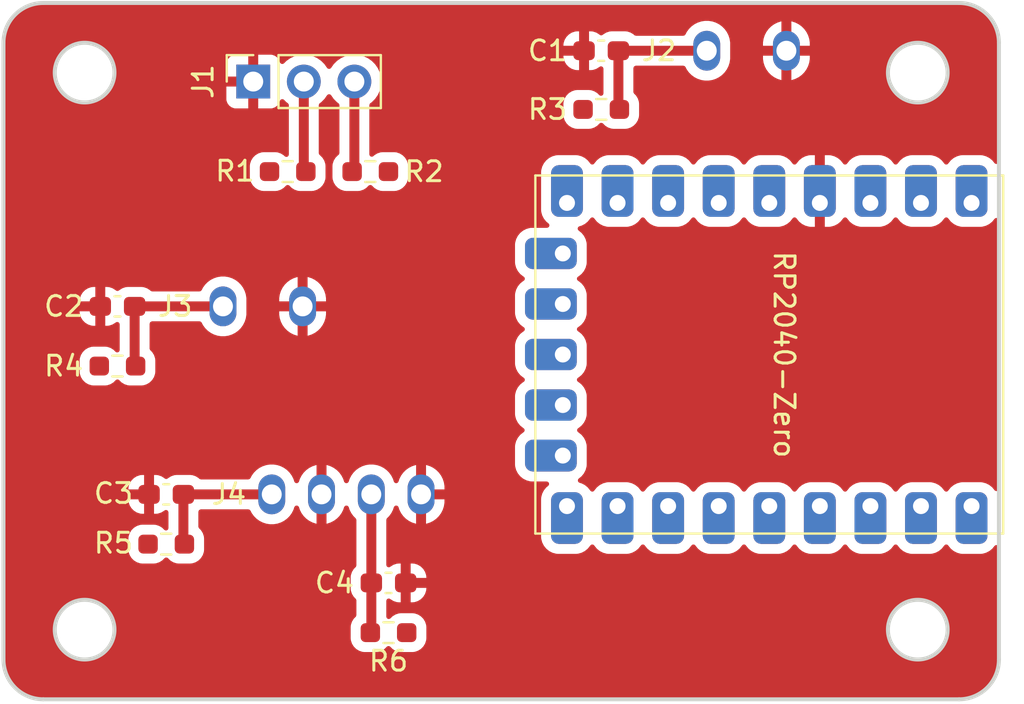
<source format=kicad_pcb>
(kicad_pcb (version 20240108) (generator "pcbnew") (generator_version "8.0")
  (layers (0 "F.Cu" signal) (31 "B.Cu" signal) (34 "B.Paste" user) (35 "F.Paste" user) (36 "B.SilkS" user "B.Silkscreen") (37 "F.SilkS" user "F.Silkscreen") (38 "B.Mask" user) (39 "F.Mask" user) (44 "Edge.Cuts" user))
  (net 0 "")
  (net 1 "GND")
  (net 2 "START")
  (net 3 "SELECT")
  (net 4 "R_KA")
  (net 5 "L_KA")
  (net 6 "L_DON")
  (net 7 "R_DON")
  (net 8 "+3.3V")
  (footprint "Capacitor_SMD:C_0603_1608Metric_Pad1.08x0.95mm_HandSolder" (layer "F.Cu") (at 35.85 48.65 180)
    (property "Reference" "C3" (at 2.65 0.05 360) (layer "F.SilkS"))
    (property "Value" "100nF" (hide yes))
    (fp_line (start -0.146267 0.51) (end 0.146267 0.51) (stroke (width 0.12)) (layer "F.SilkS"))
    (fp_line (start -0.146267 -0.51) (end 0.146267 -0.51) (stroke (width 0.12)) (layer "F.SilkS"))
    (pad "1" smd roundrect (at -0.8625 0 180) (size 1.075 0.95) (layers "F.Cu" "F.Paste" "F.Mask") (net 6 "L_DON"))
    (pad "2" smd roundrect (at 0.8625 0 180) (size 1.075 0.95) (layers "F.Cu" "F.Paste" "F.Mask") (net 1 "GND"))
  )
  (footprint "Resistor_SMD:R_0603_1608Metric_Pad0.98x0.95mm_HandSolder" (layer "F.Cu") (at 47.015 55.6 180)
    (property "Reference" "R6" (at 0 -1.43 360) (layer "F.SilkS"))
    (property "Value" "50K" (hide yes))
    (fp_line (start -0.254724 0.5225) (end 0.254724 0.5225) (stroke (width 0.12)) (layer "F.SilkS"))
    (fp_line (start -0.254724 -0.5225) (end 0.254724 -0.5225) (stroke (width 0.12)) (layer "F.SilkS"))
    (pad "1" smd roundrect (at -0.9125 0 180) (size 0.975 0.95) (layers "F.Cu" "F.Paste" "F.Mask") (net 8 "+3.3V"))
    (pad "2" smd roundrect (at 0.9125 0 180) (size 0.975 0.95) (layers "F.Cu" "F.Paste" "F.Mask") (net 7 "R_DON"))
  )
  (footprint "tatacon_connectors:PinSocket_1x02_Spaced_P2.00mm" (layer "F.Cu") (at 38.7 39.2 90)
    (property "Reference" "J3" (at 0 -2.4 0) (layer "F.SilkS"))
    (property "Value" "Left")
    (pad "1" thru_hole oval (at 0 0 90) (size 2 1.35) (drill 1) (layers "*.Cu" "*.Mask") (net 5 "L_KA"))
    (pad "2" thru_hole oval (at 0 4 90) (size 2 1.35) (drill 1) (layers "*.Cu" "*.Mask") (net 1 "GND"))
  )
  (footprint "Capacitor_SMD:C_0603_1608Metric_Pad1.08x0.95mm_HandSolder" (layer "F.Cu") (at 57.7 26.35 180)
    (property "Reference" "C1" (at 2.7 0 0) (layer "F.SilkS"))
    (property "Value" "100nF" (hide yes))
    (fp_line (start -0.146267 0.51) (end 0.146267 0.51) (stroke (width 0.12)) (layer "F.SilkS"))
    (fp_line (start -0.146267 -0.51) (end 0.146267 -0.51) (stroke (width 0.12)) (layer "F.SilkS"))
    (pad "1" smd roundrect (at -0.8625 0 180) (size 1.075 0.95) (layers "F.Cu" "F.Paste" "F.Mask") (net 4 "R_KA"))
    (pad "2" smd roundrect (at 0.8625 0 180) (size 1.075 0.95) (layers "F.Cu" "F.Paste" "F.Mask") (net 1 "GND"))
  )
  (footprint "Resistor_SMD:R_0603_1608Metric_Pad0.98x0.95mm_HandSolder" (layer "F.Cu") (at 41.95 32.425)
    (property "Reference" "R1" (at -2.65 -0.025 0) (layer "F.SilkS"))
    (property "Value" "50K" (hide yes))
    (fp_line (start -0.254724 -0.5225) (end 0.254724 -0.5225) (stroke (width 0.12)) (layer "F.SilkS"))
    (fp_line (start -0.254724 0.5225) (end 0.254724 0.5225) (stroke (width 0.12)) (layer "F.SilkS"))
    (pad "1" smd roundrect (at -0.9125 0) (size 0.975 0.95) (layers "F.Cu" "F.Paste" "F.Mask") (net 8 "+3.3V"))
    (pad "2" smd roundrect (at 0.9125 0) (size 0.975 0.95) (layers "F.Cu" "F.Paste" "F.Mask") (net 2 "START"))
  )
  (footprint "RP2040-Zero-Kicad:RP2040-Zero" (layer "F.Cu") (at 53.44 31.46 -90)
    (property "Reference" "U1")
    (property "Value" "RP2040-Zero" (at 10.16 -13.45 -90) (layer "F.SilkS"))
    (fp_line (start 1.16 -0.95) (end 19.16 -0.95) (stroke (width 0.12)) (layer "F.SilkS"))
    (fp_line (start 19.16 -0.95) (end 19.16 -24.45) (stroke (width 0.12)) (layer "F.SilkS"))
    (fp_line (start 1.16 -24.45) (end 1.16 -0.95) (stroke (width 0.12)) (layer "F.SilkS"))
    (fp_line (start 19.16 -24.45) (end 1.16 -24.45) (stroke (width 0.12)) (layer "F.SilkS"))
    (pad "1" thru_hole roundrect (at 17.78 -22.86 270) (size 2.6 1.6) (drill 0.8 (offset 0.6 0)) (layers "*.Cu" "*.Mask"))
    (pad "2" thru_hole roundrect (at 17.78 -20.32 270) (size 2.6 1.6) (drill 0.8 (offset 0.6 0)) (layers "*.Cu" "*.Mask"))
    (pad "3" thru_hole roundrect (at 17.78 -17.78 270) (size 2.6 1.6) (drill 0.8 (offset 0.6 0)) (layers "*.Cu" "*.Mask"))
    (pad "4" thru_hole roundrect (at 17.78 -15.24 270) (size 2.6 1.6) (drill 0.8 (offset 0.6 0)) (layers "*.Cu" "*.Mask"))
    (pad "5" thru_hole roundrect (at 17.78 -12.7 270) (size 2.6 1.6) (drill 0.8 (offset 0.6 0)) (layers "*.Cu" "*.Mask"))
    (pad "6" thru_hole roundrect (at 17.78 -10.16 270) (size 2.6 1.6002) (drill 0.8 (offset 0.6 0)) (layers "*.Cu" "*.Mask"))
    (pad "7" thru_hole roundrect (at 17.78 -7.62 270) (size 2.6 1.6002) (drill 0.8 (offset 0.6 0)) (layers "*.Cu" "*.Mask"))
    (pad "8" thru_hole roundrect (at 17.78 -5.08 270) (size 2.6 1.6002) (drill 0.8 (offset 0.6 0)) (layers "*.Cu" "*.Mask"))
    (pad "9" thru_hole roundrect (at 17.78 -2.54 270) (size 2.6 1.6002) (drill 0.8 (offset 0.6 0)) (layers "*.Cu" "*.Mask"))
    (pad "10" thru_hole roundrect (at 15.24 -2.33 270) (size 1.6 2.6) (drill 0.8 (offset 0 0.6)) (layers "*.Cu" "*.Mask"))
    (pad "11" thru_hole roundrect (at 12.7 -2.33 270) (size 1.5748 2.6) (drill 0.8 (offset 0 0.6)) (layers "*.Cu" "*.Mask"))
    (pad "12" thru_hole roundrect (at 10.16 -2.33 270) (size 1.5748 2.6) (drill 0.8 (offset 0 0.6)) (layers "*.Cu" "*.Mask"))
    (pad "13" thru_hole roundrect (at 7.62 -2.33 270) (size 1.5748 2.6) (drill 0.8 (offset 0 0.6)) (layers "*.Cu" "*.Mask"))
    (pad "14" thru_hole roundrect (at 5.08 -2.33 270) (size 1.5748 2.6) (drill 0.8 (offset 0 0.6)) (layers "*.Cu" "*.Mask"))
    (pad "15" thru_hole roundrect (at 2.54 -2.54 270) (size 2.6 1.6002) (drill 0.8 (offset -0.6 0)) (layers "*.Cu" "*.Mask") (net 2 "START"))
    (pad "16" thru_hole roundrect (at 2.54 -5.08 270) (size 2.6 1.6002) (drill 0.8 (offset -0.6 0)) (layers "*.Cu" "*.Mask") (net 3 "SELECT"))
    (pad "17" thru_hole roundrect (at 2.54 -7.62 270) (size 2.6 1.6002) (drill 0.8 (offset -0.6 0)) (layers "*.Cu" "*.Mask") (net 5 "L_KA"))
    (pad "18" thru_hole roundrect (at 2.54 -10.16 270) (size 2.6 1.6002) (drill 0.8 (offset -0.6 0)) (layers "*.Cu" "*.Mask") (net 6 "L_DON"))
    (pad "19" thru_hole roundrect (at 2.54 -22.86 270) (size 2.6 1.6002) (drill 0.8 (offset -0.6 0)) (layers "*.Cu" "*.Mask") (net 7 "R_DON"))
    (pad "20" thru_hole roundrect (at 2.54 -20.32 270) (size 2.6 1.6002) (drill 0.8 (offset -0.6 0)) (layers "*.Cu" "*.Mask") (net 4 "R_KA"))
    (pad "21" thru_hole roundrect (at 2.54 -17.78 270) (size 2.6 1.6002) (drill 0.8 (offset -0.6 0)) (layers "*.Cu" "*.Mask") (net 8 "+3.3V"))
    (pad "22" thru_hole roundrect (at 2.54 -12.7 270) (size 2.6 1.6002) (drill 0.8 (offset -0.6 0)) (layers "*.Cu" "*.Mask"))
    (pad "23" thru_hole roundrect (at 2.54 -15.24 270) (size 2.6 1.6002) (drill 0.8 (offset -0.6 0)) (layers "*.Cu" "*.Mask") (net 1 "GND"))
  )
  (footprint "Resistor_SMD:R_0603_1608Metric_Pad0.98x0.95mm_HandSolder" (layer "F.Cu") (at 35.85 51.15)
    (property "Reference" "R5" (at -2.65 -0.05 0) (layer "F.SilkS"))
    (property "Value" "50K" (hide yes))
    (fp_line (start -0.254724 -0.5225) (end 0.254724 -0.5225) (stroke (width 0.12)) (layer "F.SilkS"))
    (fp_line (start -0.254724 0.5225) (end 0.254724 0.5225) (stroke (width 0.12)) (layer "F.SilkS"))
    (pad "1" smd roundrect (at -0.9125 0) (size 0.975 0.95) (layers "F.Cu" "F.Paste" "F.Mask") (net 8 "+3.3V"))
    (pad "2" smd roundrect (at 0.9125 0) (size 0.975 0.95) (layers "F.Cu" "F.Paste" "F.Mask") (net 6 "L_DON"))
  )
  (footprint "Connector_PinSocket_2.54mm:PinSocket_1x03_P2.54mm_Vertical" (layer "F.Cu") (at 40.22 27.9 90)
    (property "Reference" "J1" (at 0 -2.52 90) (layer "F.SilkS"))
    (property "Value" "Buttons")
    (fp_line (start 1.33 -1.33) (end 1.33 0) (stroke (width 0.12)) (layer "F.SilkS"))
    (fp_line (start 0 -1.33) (end 1.33 -1.33) (stroke (width 0.12)) (layer "F.SilkS"))
    (fp_line (start 1.33 1.27) (end 1.33 6.41) (stroke (width 0.12)) (layer "F.SilkS"))
    (fp_line (start -1.33 1.27) (end 1.33 1.27) (stroke (width 0.12)) (layer "F.SilkS"))
    (fp_line (start -1.33 1.27) (end -1.33 6.41) (stroke (width 0.12)) (layer "F.SilkS"))
    (fp_line (start -1.33 6.41) (end 1.33 6.41) (stroke (width 0.12)) (layer "F.SilkS"))
    (pad "1" thru_hole rect (at 0 0 90) (size 1.7 1.7) (drill 1) (layers "*.Cu" "*.Mask") (net 1 "GND"))
    (pad "2" thru_hole oval (at 0 2.54 90) (size 1.7 1.7) (drill 1) (layers "*.Cu" "*.Mask") (net 2 "START"))
    (pad "3" thru_hole oval (at 0 5.08 90) (size 1.7 1.7) (drill 1) (layers "*.Cu" "*.Mask") (net 3 "SELECT"))
  )
  (footprint "tatacon_connectors:PinSocket_1x02_Spaced_P2.00mm" (layer "F.Cu") (at 63 26.35 90)
    (property "Reference" "J2" (at 0 -2.4 0) (layer "F.SilkS"))
    (property "Value" "Right")
    (pad "1" thru_hole oval (at 0 0 90) (size 2 1.35) (drill 1) (layers "*.Cu" "*.Mask") (net 4 "R_KA"))
    (pad "2" thru_hole oval (at 0 4 90) (size 2 1.35) (drill 1) (layers "*.Cu" "*.Mask") (net 1 "GND"))
  )
  (footprint "Resistor_SMD:R_0603_1608Metric_Pad0.98x0.95mm_HandSolder" (layer "F.Cu") (at 46.1 32.425 180)
    (property "Reference" "R2" (at -2.7 0 0) (layer "F.SilkS"))
    (property "Value" "50K" (hide yes))
    (fp_line (start -0.254724 0.5225) (end 0.254724 0.5225) (stroke (width 0.12)) (layer "F.SilkS"))
    (fp_line (start -0.254724 -0.5225) (end 0.254724 -0.5225) (stroke (width 0.12)) (layer "F.SilkS"))
    (pad "1" smd roundrect (at -0.9125 0 180) (size 0.975 0.95) (layers "F.Cu" "F.Paste" "F.Mask") (net 8 "+3.3V"))
    (pad "2" smd roundrect (at 0.9125 0 180) (size 0.975 0.95) (layers "F.Cu" "F.Paste" "F.Mask") (net 3 "SELECT"))
  )
  (footprint "Capacitor_SMD:C_0603_1608Metric_Pad1.08x0.95mm_HandSolder" (layer "F.Cu") (at 33.4 39.2 180)
    (property "Reference" "C2" (at 2.7 0 0) (layer "F.SilkS"))
    (property "Value" "100nF" (hide yes))
    (fp_line (start -0.146267 0.51) (end 0.146267 0.51) (stroke (width 0.12)) (layer "F.SilkS"))
    (fp_line (start -0.146267 -0.51) (end 0.146267 -0.51) (stroke (width 0.12)) (layer "F.SilkS"))
    (pad "1" smd roundrect (at -0.8625 0 180) (size 1.075 0.95) (layers "F.Cu" "F.Paste" "F.Mask") (net 5 "L_KA"))
    (pad "2" smd roundrect (at 0.8625 0 180) (size 1.075 0.95) (layers "F.Cu" "F.Paste" "F.Mask") (net 1 "GND"))
  )
  (footprint "Capacitor_SMD:C_0603_1608Metric_Pad1.08x0.95mm_HandSolder" (layer "F.Cu") (at 47.015 53.1)
    (property "Reference" "C4" (at -2.715 0 0) (layer "F.SilkS"))
    (property "Value" "100nF" (hide yes))
    (fp_line (start -0.146267 -0.51) (end 0.146267 -0.51) (stroke (width 0.12)) (layer "F.SilkS"))
    (fp_line (start -0.146267 0.51) (end 0.146267 0.51) (stroke (width 0.12)) (layer "F.SilkS"))
    (pad "1" smd roundrect (at -0.8625 0) (size 1.075 0.95) (layers "F.Cu" "F.Paste" "F.Mask") (net 7 "R_DON"))
    (pad "2" smd roundrect (at 0.8625 0) (size 1.075 0.95) (layers "F.Cu" "F.Paste" "F.Mask") (net 1 "GND"))
  )
  (footprint "Resistor_SMD:R_0603_1608Metric_Pad0.98x0.95mm_HandSolder" (layer "F.Cu") (at 33.4 42.2)
    (property "Reference" "R4" (at -2.7 0 0) (layer "F.SilkS"))
    (property "Value" "50K" (hide yes))
    (fp_line (start -0.254724 -0.5225) (end 0.254724 -0.5225) (stroke (width 0.12)) (layer "F.SilkS"))
    (fp_line (start -0.254724 0.5225) (end 0.254724 0.5225) (stroke (width 0.12)) (layer "F.SilkS"))
    (pad "1" smd roundrect (at -0.9125 0) (size 0.975 0.95) (layers "F.Cu" "F.Paste" "F.Mask") (net 8 "+3.3V"))
    (pad "2" smd roundrect (at 0.9125 0) (size 0.975 0.95) (layers "F.Cu" "F.Paste" "F.Mask") (net 5 "L_KA"))
  )
  (footprint "tatacon_connectors:PinSocket_1x04_P2.5mm_Vertical" (layer "F.Cu") (at 41.15 48.65 90)
    (property "Reference" "J4" (at 0 -2.15 0) (layer "F.SilkS"))
    (property "Value" "Center")
    (pad "1" thru_hole oval (at 0 0 90) (size 2 1.35) (drill 1) (layers "*.Cu" "*.Mask") (net 6 "L_DON"))
    (pad "2" thru_hole oval (at 0 2.5 90) (size 2 1.35) (drill 1) (layers "*.Cu" "*.Mask") (net 1 "GND"))
    (pad "3" thru_hole oval (at 0 5 90) (size 2 1.35) (drill 1) (layers "*.Cu" "*.Mask") (net 7 "R_DON"))
    (pad "4" thru_hole oval (at 0 7.5 90) (size 2 1.35) (drill 1) (layers "*.Cu" "*.Mask") (net 1 "GND"))
  )
  (footprint "Resistor_SMD:R_0603_1608Metric_Pad0.98x0.95mm_HandSolder" (layer "F.Cu") (at 57.7 29.3)
    (property "Reference" "R3" (at -2.7 0 0) (layer "F.SilkS"))
    (property "Value" "50K" (hide yes))
    (fp_line (start -0.254724 -0.5225) (end 0.254724 -0.5225) (stroke (width 0.12)) (layer "F.SilkS"))
    (fp_line (start -0.254724 0.5225) (end 0.254724 0.5225) (stroke (width 0.12)) (layer "F.SilkS"))
    (pad "1" smd roundrect (at -0.9125 0) (size 0.975 0.95) (layers "F.Cu" "F.Paste" "F.Mask") (net 8 "+3.3V"))
    (pad "2" smd roundrect (at 0.9125 0) (size 0.975 0.95) (layers "F.Cu" "F.Paste" "F.Mask") (net 4 "R_KA"))
  )
  (gr_arc (start 27.675 25.95) (mid 28.260786 24.535786) (end 29.675 23.95) (stroke (width 0.2)) (layer "Edge.Cuts"))
  (gr_line (start 29.675 23.95) (end 75.675 23.95) (stroke (width 0.2)) (layer "Edge.Cuts"))
  (gr_circle (center 73.6 55.45) (end 75.1 55.45) (stroke (width 0.2)) (fill none) (layer "Edge.Cuts"))
  (gr_line (start 77.675 25.95) (end 77.675 56.95) (stroke (width 0.2)) (layer "Edge.Cuts"))
  (gr_line (start 75.675 58.95) (end 29.675 58.95) (stroke (width 0.2)) (layer "Edge.Cuts"))
  (gr_circle (center 73.6 27.45) (end 75.1 27.45) (stroke (width 0.2)) (fill none) (layer "Edge.Cuts"))
  (gr_arc (start 77.675 56.95) (mid 77.089214 58.364214) (end 75.675 58.95) (stroke (width 0.2)) (layer "Edge.Cuts"))
  (gr_arc (start 75.675 23.95) (mid 77.089214 24.535786) (end 77.675 25.95) (stroke (width 0.2)) (layer "Edge.Cuts"))
  (gr_circle (center 31.75 55.45) (end 33.25 55.45) (stroke (width 0.2)) (fill none) (layer "Edge.Cuts"))
  (gr_arc (start 29.675 58.95) (mid 28.260786 58.364214) (end 27.675 56.95) (stroke (width 0.2)) (layer "Edge.Cuts"))
  (gr_line (start 27.675 56.95) (end 27.675 25.95) (stroke (width 0.2)) (layer "Edge.Cuts"))
  (gr_circle (center 31.75 27.45) (end 33.25 27.45) (stroke (width 0.2)) (fill none) (layer "Edge.Cuts"))
  (segment (start 42.76 27.9) (end 42.76 32.3225) (width 0.5) (layer "F.Cu") (net 2))
  (segment (start 42.76 32.3225) (end 42.8625 32.425) (width 0.5) (layer "F.Cu") (net 2))
  (segment (start 45.3 27.9) (end 45.3 32.3125) (width 0.5) (layer "F.Cu") (net 3))
  (segment (start 45.3 32.3125) (end 45.1875 32.425) (width 0.5) (layer "F.Cu") (net 3))
  (segment (start 58.5625 26.35) (end 63 26.35) (width 0.5) (layer "F.Cu") (net 4))
  (segment (start 58.5625 26.35) (end 58.5625 29.25) (width 0.5) (layer "F.Cu") (net 4))
  (segment (start 58.5625 29.25) (end 58.6125 29.3) (width 0.5) (layer "F.Cu") (net 4))
  (segment (start 34.2625 39.2) (end 34.2625 42.15) (width 0.5) (layer "F.Cu") (net 5))
  (segment (start 34.2625 39.2) (end 38.7 39.2) (width 0.5) (layer "F.Cu") (net 5))
  (segment (start 34.2625 42.15) (end 34.3125 42.2) (width 0.5) (layer "F.Cu") (net 5))
  (segment (start 36.7125 48.65) (end 41.15 48.65) (width 0.5) (layer "F.Cu") (net 6))
  (segment (start 36.7125 51.1) (end 36.7625 51.15) (width 0.5) (layer "F.Cu") (net 6))
  (segment (start 36.7125 48.65) (end 36.7125 51.1) (width 0.5) (layer "F.Cu") (net 6))
  (segment (start 46.1525 48.6525) (end 46.15 48.65) (width 0.5) (layer "F.Cu") (net 7))
  (segment (start 46.1525 55.6) (end 46.1525 53.15) (width 0.5) (layer "F.Cu") (net 7))
  (segment (start 46.1525 53.1) (end 46.1525 48.6525) (width 0.5) (layer "F.Cu") (net 7))
  (segment (start 46.1025 53.15) (end 46.1525 53.1) (width 0.5) (layer "F.Cu") (net 7))
  (zone (net 1) (net_name "GND") (layer "F.Cu") (connect_pads (clearance 0.5)) (min_thickness 0.25) (fill yes (thermal_gap 0.5) (thermal_bridge_width 0.5))
    (polygon (pts (xy 27.5 23.8) (xy 77.9 23.8) (xy 77.9 59.2) (xy 27.5 59.2)))
  )
)
</source>
